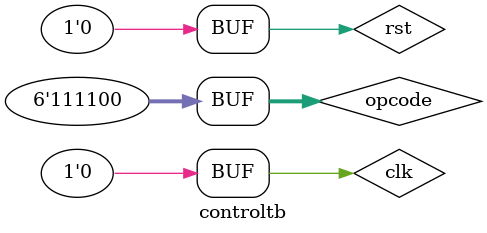
<source format=v>
`timescale 1ns / 1ps
module controltb();
reg clk, rst;
reg [5:0] opcode;
wire [1:0] wb;
wire [2:0] mem;
wire [3:0] ex;
parameter RTYPE = 	6'd0;
parameter LW = 		6'b100011;
parameter SW = 		6'b101011;
parameter BEQ = 	6'b000100;
parameter NOP = 	6'b100000;
control CONTROLTB(clk, rst, opcode, wb, mem, ex);
initial begin
$dumpfile("dump.vcd");
$dumpvars(0, controltb);
end
initial begin
	clk = 0;
	repeat(200) #2 clk=~clk;
end
initial begin
	rst = 1;
	opcode = RTYPE;
	#6 rst = 0;
	#6 opcode = LW;
	#6 opcode = SW;
	#6 opcode = BEQ;
	#6 opcode = NOP;
	#6 opcode = 6'b111100;
end
endmodule

</source>
